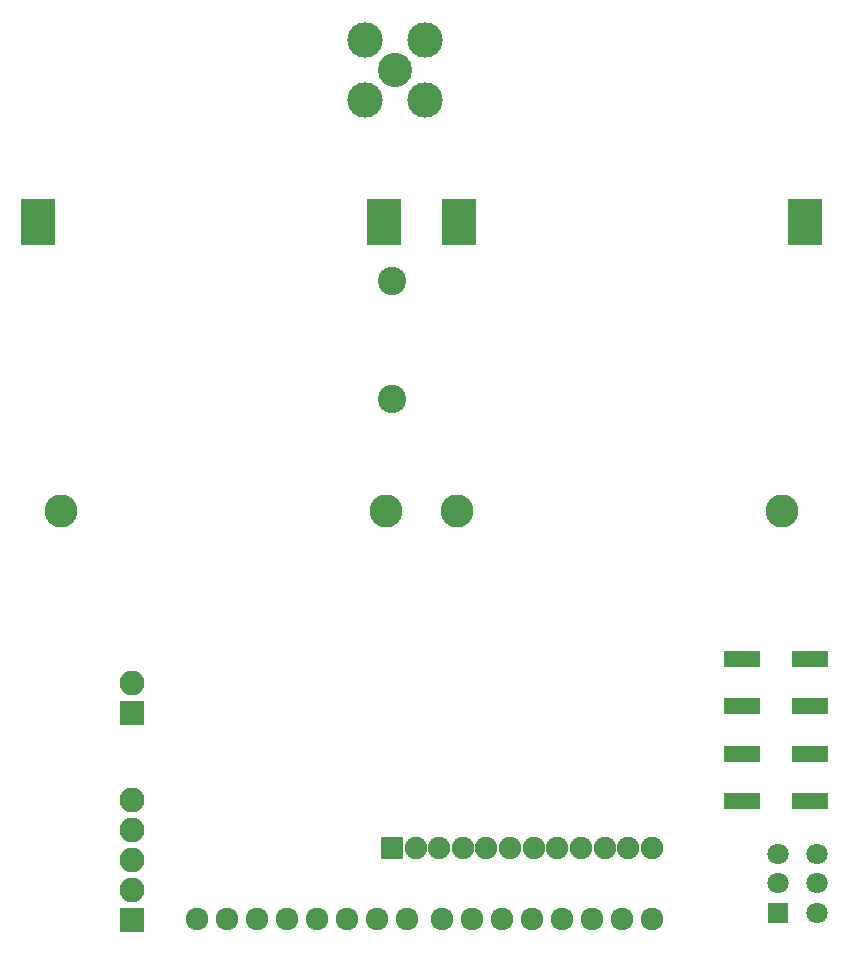
<source format=gbr>
G04 #@! TF.FileFunction,Soldermask,Bot*
%FSLAX46Y46*%
G04 Gerber Fmt 4.6, Leading zero omitted, Abs format (unit mm)*
G04 Created by KiCad (PCBNEW 4.0.7) date 01/28/18 01:48:11*
%MOMM*%
%LPD*%
G01*
G04 APERTURE LIST*
%ADD10C,0.100000*%
%ADD11R,1.900000X1.900000*%
%ADD12C,1.900000*%
%ADD13R,3.150000X1.400000*%
%ADD14C,2.400000*%
%ADD15C,2.800000*%
%ADD16R,2.940000X3.910000*%
%ADD17R,2.100000X2.100000*%
%ADD18O,2.100000X2.100000*%
%ADD19R,1.800000X1.800000*%
%ADD20C,1.800000*%
%ADD21C,1.924000*%
%ADD22C,2.900000*%
%ADD23C,3.000000*%
G04 APERTURE END LIST*
D10*
D11*
X169000000Y-124000000D03*
D12*
X171000000Y-124000000D03*
X173000000Y-124000000D03*
X175000000Y-124000000D03*
X177000000Y-124000000D03*
X179000000Y-124000000D03*
X181000000Y-124000000D03*
X183000000Y-124000000D03*
X185000000Y-124000000D03*
X187000000Y-124000000D03*
X189000000Y-124000000D03*
X191000000Y-124000000D03*
D13*
X198625000Y-112000000D03*
X204375000Y-112000000D03*
X204375000Y-108000000D03*
X198625000Y-108000000D03*
D14*
X169000000Y-76000000D03*
X169000000Y-86000000D03*
D15*
X202000000Y-95500000D03*
X174500000Y-95500000D03*
D16*
X139000000Y-71000000D03*
X168360000Y-71000000D03*
X174640000Y-71000000D03*
X204000000Y-71000000D03*
D17*
X147000000Y-130080000D03*
D18*
X147000000Y-127540000D03*
X147000000Y-125000000D03*
X147000000Y-122460000D03*
X147000000Y-119920000D03*
D15*
X168500000Y-95500000D03*
X141000000Y-95500000D03*
D13*
X198625000Y-120000000D03*
X204375000Y-120000000D03*
X204375000Y-116000000D03*
X198625000Y-116000000D03*
D19*
X201700000Y-129500000D03*
D20*
X201700000Y-127000000D03*
X201700000Y-124500000D03*
X205000000Y-129500000D03*
X205000000Y-127000000D03*
X205000000Y-124500000D03*
D21*
X190990000Y-130000000D03*
X188450000Y-130000000D03*
X185910000Y-130000000D03*
X183370000Y-130000000D03*
X180830000Y-130000000D03*
X178290000Y-130000000D03*
X175750000Y-130000000D03*
X173210000Y-130000000D03*
X170240000Y-130000000D03*
X167700000Y-130000000D03*
X165160000Y-130000000D03*
X162620000Y-130000000D03*
X160080000Y-130000000D03*
X157540000Y-130000000D03*
X155000000Y-130000000D03*
X152460000Y-130000000D03*
D17*
X147000000Y-112540000D03*
D18*
X147000000Y-110000000D03*
D22*
X169250000Y-58110000D03*
D23*
X171790000Y-55570000D03*
X166710000Y-55570000D03*
X166710000Y-60650000D03*
X171790000Y-60650000D03*
M02*

</source>
